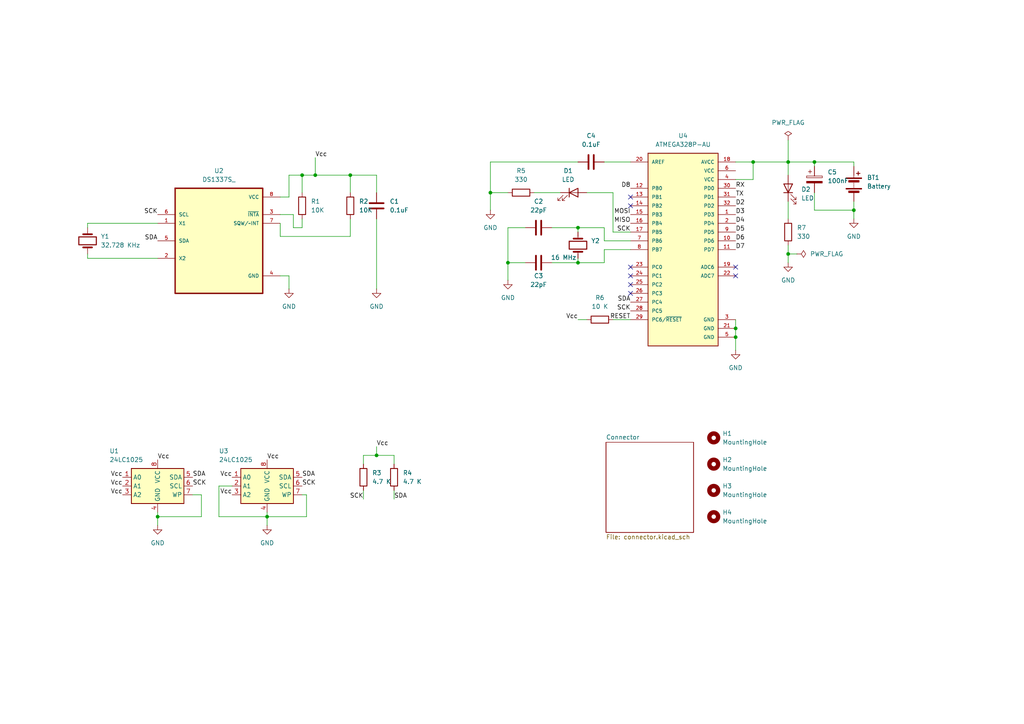
<source format=kicad_sch>
(kicad_sch (version 20250114) (generator "eeschema") (generator_version "9.0")
  (paper "A4")
  (title_block (title "${project_name}") (date "2025-04-24") (rev "0.0.3a") (company "Gobal Krishnan V"))
  (lib_symbols
    (symbol "ATMEGA328P-AU:ATMEGA328P-AU" (pin_names (offset 1.016))
      (property "Reference" "U4" (at 0 33.02 0))
      (property "Value" "ATMEGA328P-AU" (at 0 30.48 0))
      (symbol "ATMEGA328P-AU_0_0"
        (rectangle (start -10.16 -27.94) (end 10.16 27.94) (stroke (width 0.254)) (fill (type background)))
        (pin input line (at -15.24 25.4 0) (length 5.08) (name "AREF") (number "20"))
        (pin bidirectional line (at -15.24 17.78 0) (length 5.08) (name "PB0") (number "12"))
        (pin bidirectional line (at -15.24 15.24 0) (length 5.08) (name "PB1") (number "13"))
        (pin bidirectional line (at -15.24 12.7 0) (length 5.08) (name "PB2") (number "14"))
        (pin bidirectional line (at -15.24 10.16 0) (length 5.08) (name "PB3") (number "15"))
        (pin bidirectional line (at -15.24 7.62 0) (length 5.08) (name "PB4") (number "16"))
        (pin bidirectional line (at -15.24 5.08 0) (length 5.08) (name "PB5") (number "17"))
        (pin bidirectional line (at -15.24 2.54 0) (length 5.08) (name "PB6") (number "7"))
        (pin bidirectional line (at -15.24 0 0) (length 5.08) (name "PB7") (number "8"))
        (pin bidirectional line (at -15.24 -5.08 0) (length 5.08) (name "PC0") (number "23"))
        (pin bidirectional line (at -15.24 -7.62 0) (length 5.08) (name "PC1") (number "24"))
        (pin bidirectional line (at -15.24 -10.16 0) (length 5.08) (name "PC2") (number "25"))
        (pin bidirectional line (at -15.24 -12.7 0) (length 5.08) (name "PC3") (number "26"))
        (pin bidirectional line (at -15.24 -15.24 0) (length 5.08) (name "PC4") (number "27"))
        (pin bidirectional line (at -15.24 -17.78 0) (length 5.08) (name "PC5") (number "28"))
        (pin bidirectional line (at -15.24 -20.32 0) (length 5.08) (name "PC6/~{RESET}") (number "29"))
        (pin power_in line (at 15.24 25.4 180) (length 5.08) (name "AVCC") (number "18"))
        (pin power_in line (at 15.24 22.86 180) (length 5.08) (name "VCC") (number "6"))
        (pin power_in line (at 15.24 20.32 180) (length 5.08) (name "VCC") (number "4"))
        (pin bidirectional line (at 15.24 17.78 180) (length 5.08) (name "PD0") (number "30"))
        (pin bidirectional line (at 15.24 15.24 180) (length 5.08) (name "PD1") (number "31"))
        (pin bidirectional line (at 15.24 12.7 180) (length 5.08) (name "PD2") (number "32"))
        (pin bidirectional line (at 15.24 10.16 180) (length 5.08) (name "PD3") (number "1"))
        (pin bidirectional line (at 15.24 7.62 180) (length 5.08) (name "PD4") (number "2"))
        (pin bidirectional line (at 15.24 5.08 180) (length 5.08) (name "PD5") (number "9"))
        (pin bidirectional line (at 15.24 2.54 180) (length 5.08) (name "PD6") (number "10"))
        (pin bidirectional line (at 15.24 0 180) (length 5.08) (name "PD7") (number "11"))
        (pin bidirectional line (at 15.24 -5.08 180) (length 5.08) (name "ADC6") (number "19"))
        (pin bidirectional line (at 15.24 -7.62 180) (length 5.08) (name "ADC7") (number "22"))
        (pin power_in line (at 15.24 -20.32 180) (length 5.08) (name "GND") (number "3"))
        (pin power_in line (at 15.24 -22.86 180) (length 5.08) (name "GND") (number "21"))
        (pin power_in line (at 15.24 -25.4 180) (length 5.08) (name "GND") (number "5"))
      )
    )
    (symbol "DS1337S_:DS1337S_" (pin_names (offset 1.016))
      (property "Reference" "U" (at -12.7 16.24 0))
      (property "Value" "DS1337S_" (at -12.7 -19.24 0))
      (symbol "DS1337S__0_0"
        (rectangle (start -12.7 -15.24) (end 12.7 15.24) (stroke (width 0.41)) (fill (type background)))
        (pin input line (at -17.78 7.62 0) (length 5.08) (name "SCL") (number "6"))
        (pin input line (at -17.78 5.08 0) (length 5.08) (name "X1") (number "1"))
        (pin bidirectional line (at -17.78 0 0) (length 5.08) (name "SDA") (number "5"))
        (pin bidirectional line (at -17.78 -5.08 0) (length 5.08) (name "X2") (number "2"))
        (pin power_in line (at 17.78 12.7 180) (length 5.08) (name "VCC") (number "8"))
        (pin output line (at 17.78 7.62 180) (length 5.08) (name "~{INTA}") (number "3"))
        (pin output line (at 17.78 5.08 180) (length 5.08) (name "SQW/~INT") (number "7"))
        (pin power_in line (at 17.78 -10.16 180) (length 5.08) (name "GND") (number "4"))
      )
    )
    (symbol "Device:Battery" (pin_numbers (hide yes)) (pin_names (offset 0) (hide yes))
      (property "Reference" "BT" (at 2.54 2.54 0))
      (property "Value" "Battery" (at 2.54 0 0))
      (symbol "Battery_0_1"
        (rectangle (start -2.286 1.778) (end 2.286 1.524) (fill (type outline)))
        (rectangle (start -2.286 -1.27) (end 2.286 -1.524) (fill (type outline)))
        (rectangle (start -1.524 1.016) (end 1.524 0.508) (fill (type outline)))
        (rectangle (start -1.524 -2.032) (end 1.524 -2.54) (fill (type outline)))
        (polyline (pts (xy 0 1.778) (xy 0 2.54)))
        (polyline (pts (xy 0 0) (xy 0 0.254)))
        (polyline (pts (xy 0 -0.508) (xy 0 -0.254)))
        (polyline (pts (xy 0 -1.016) (xy 0 -0.762)))
        (polyline (pts (xy 0.762 3.048) (xy 1.778 3.048)) (stroke (width 0.254)))
        (polyline (pts (xy 1.27 3.556) (xy 1.27 2.54)) (stroke (width 0.254)))
      )
      (symbol "Battery_1_1"
        (pin passive line (at 0 5.08 270) (length 2.54) (name "+") (number "1"))
        (pin passive line (at 0 -5.08 90) (length 2.54) (name "-") (number "2"))
      )
    )
    (symbol "Device:C" (pin_numbers (hide yes)) (pin_names (offset 0.254))
      (property "Reference" "C" (at 0.635 2.54 0))
      (property "Value" "C" (at 0.635 -2.54 0))
      (symbol "C_0_1"
        (polyline (pts (xy -2.032 0.762) (xy 2.032 0.762)) (stroke (width 0.508)))
        (polyline (pts (xy -2.032 -0.762) (xy 2.032 -0.762)) (stroke (width 0.508)))
      )
      (symbol "C_1_1"
        (pin passive line (at 0 3.81 270) (length 2.794) (name "~") (number "1"))
        (pin passive line (at 0 -3.81 90) (length 2.794) (name "~") (number "2"))
      )
    )
    (symbol "Device:C_Polarized" (pin_numbers (hide yes)) (pin_names (offset 0.254))
      (property "Reference" "C" (at 0.635 2.54 0))
      (property "Value" "C_Polarized" (at 0.635 -2.54 0))
      (symbol "C_Polarized_0_1"
        (rectangle (start -2.286 0.508) (end 2.286 1.016))
        (polyline (pts (xy -1.778 2.286) (xy -0.762 2.286)))
        (polyline (pts (xy -1.27 2.794) (xy -1.27 1.778)))
        (rectangle (start 2.286 -0.508) (end -2.286 -1.016) (fill (type outline)))
      )
      (symbol "C_Polarized_1_1"
        (pin passive line (at 0 3.81 270) (length 2.794) (name "~") (number "1"))
        (pin passive line (at 0 -3.81 90) (length 2.794) (name "~") (number "2"))
      )
    )
    (symbol "Device:Crystal" (pin_numbers (hide yes)) (pin_names (offset 1.016) (hide yes))
      (property "Reference" "Y" (at 0 3.81 0))
      (property "Value" "Crystal" (at 0 -3.81 0))
      (symbol "Crystal_0_1"
        (polyline (pts (xy -2.54 0) (xy -1.905 0)))
        (polyline (pts (xy -1.905 -1.27) (xy -1.905 1.27)) (stroke (width 0.508)))
        (rectangle (start -1.143 2.54) (end 1.143 -2.54) (stroke (width 0.3048)))
        (polyline (pts (xy 1.905 -1.27) (xy 1.905 1.27)) (stroke (width 0.508)))
        (polyline (pts (xy 2.54 0) (xy 1.905 0)))
      )
      (symbol "Crystal_1_1"
        (pin passive line (at -3.81 0 0) (length 1.27) (name "1") (number "1"))
        (pin passive line (at 3.81 0 180) (length 1.27) (name "2") (number "2"))
      )
    )
    (symbol "Device:LED" (pin_numbers (hide yes)) (pin_names (offset 1.016) (hide yes))
      (property "Reference" "D" (at 0 2.54 0))
      (property "Value" "LED" (at 0 -2.54 0))
      (symbol "LED_0_1"
        (polyline (pts (xy -3.048 -0.762) (xy -4.572 -2.286) (xy -3.81 -2.286) (xy -4.572 -2.286) (xy -4.572 -1.524)))
        (polyline (pts (xy -1.778 -0.762) (xy -3.302 -2.286) (xy -2.54 -2.286) (xy -3.302 -2.286) (xy -3.302 -1.524)))
        (polyline (pts (xy -1.27 0) (xy 1.27 0)))
        (polyline (pts (xy -1.27 -1.27) (xy -1.27 1.27)) (stroke (width 0.254)))
        (polyline (pts (xy 1.27 -1.27) (xy 1.27 1.27) (xy -1.27 0) (xy 1.27 -1.27)) (stroke (width 0.254)))
      )
      (symbol "LED_1_1"
        (pin passive line (at -3.81 0 0) (length 2.54) (name "K") (number "1"))
        (pin passive line (at 3.81 0 180) (length 2.54) (name "A") (number "2"))
      )
    )
    (symbol "Device:R" (pin_numbers (hide yes)) (pin_names (offset 0))
      (property "Reference" "R" (at 2.032 0 90))
      (property "Value" "R" (at 0 0 90))
      (symbol "R_0_1"
        (rectangle (start -1.016 -2.54) (end 1.016 2.54) (stroke (width 0.254)))
      )
      (symbol "R_1_1"
        (pin passive line (at 0 3.81 270) (length 1.27) (name "~") (number "1"))
        (pin passive line (at 0 -3.81 90) (length 1.27) (name "~") (number "2"))
      )
    )
    (symbol "Mechanical:MountingHole" (pin_names (offset 1.016)) (in_bom no)
      (property "Reference" "H" (at 0 5.08 0))
      (property "Value" "MountingHole" (at 0 3.175 0))
      (symbol "MountingHole_0_1"
        (circle (center 0 0) (radius 1.27) (stroke (width 1.27)))
      )
    )
    (symbol "Memory_EEPROM:24LC1025"
      (property "Reference" "U" (at -6.35 6.35 0))
      (property "Value" "24LC1025" (at 1.27 6.35 0))
      (symbol "24LC1025_1_1"
        (rectangle (start -7.62 5.08) (end 7.62 -5.08) (stroke (width 0.254)) (fill (type background)))
        (pin input line (at -10.16 2.54 0) (length 2.54) (name "A0") (number "1"))
        (pin input line (at -10.16 0 0) (length 2.54) (name "A1") (number "2"))
        (pin input line (at -10.16 -2.54 0) (length 2.54) (name "A2") (number "3"))
        (pin power_in line (at 0 7.62 270) (length 2.54) (name "VCC") (number "8"))
        (pin power_in line (at 0 -7.62 90) (length 2.54) (name "GND") (number "4"))
        (pin bidirectional line (at 10.16 2.54 180) (length 2.54) (name "SDA") (number "5"))
        (pin input line (at 10.16 0 180) (length 2.54) (name "SCL") (number "6"))
        (pin input line (at 10.16 -2.54 180) (length 2.54) (name "WP") (number "7"))
      )
    )
    (symbol "power:GND" (power) (pin_numbers (hide yes)) (pin_names (offset 0) (hide yes))
      (property "Value" "GND" (at 0 -3.81 0))
      (symbol "GND_0_1"
        (polyline (pts (xy 0 0) (xy 0 -1.27) (xy 1.27 -1.27) (xy 0 -2.54) (xy -1.27 -1.27) (xy 0 -1.27)))
      )
      (symbol "GND_1_1"
        (pin power_in line (at 0 0 270) (length 0) (name "~") (number "1"))
      )
    )
    (symbol "power:PWR_FLAG" (power) (pin_numbers (hide yes)) (pin_names (offset 0) (hide yes))
      (property "Value" "PWR_FLAG" (at 0 3.81 0))
      (symbol "PWR_FLAG_0_0"
        (pin power_out line (at 0 0 90) (length 0) (name "~") (number "1"))
      )
      (symbol "PWR_FLAG_0_1"
        (polyline (pts (xy 0 0) (xy 0 1.27) (xy -1.016 1.905) (xy 0 2.54) (xy 1.016 1.905) (xy 0 1.27)))
      )
    )
  )
  (junction (at 236.22 46.99))
  (junction (at 167.64 66.04))
  (junction (at 101.6 50.8))
  (junction (at 147.32 76.2))
  (junction (at 91.44 50.8))
  (junction (at 218.44 46.99))
  (junction (at 45.72 149.86))
  (junction (at 247.65 60.96))
  (junction (at 213.36 97.79))
  (junction (at 142.24 55.88))
  (junction (at 167.64 76.2))
  (junction (at 213.36 95.25))
  (junction (at 228.6 46.99))
  (junction (at 87.63 50.8))
  (junction (at 109.22 132.08))
  (junction (at 228.6 73.66))
  (junction (at 77.47 149.86))
  (no_connect (at 182.88 59.69))
  (no_connect (at 182.88 80.01))
  (no_connect (at 213.36 77.47))
  (no_connect (at 182.88 77.47))
  (no_connect (at 182.88 85.09))
  (no_connect (at 213.36 80.01))
  (no_connect (at 182.88 57.15))
  (no_connect (at 182.88 82.55))
  (wire (pts (xy 58.42 149.86) (xy 45.72 149.86)))
  (wire (pts (xy 162.56 55.88) (xy 154.94 55.88)))
  (wire (pts (xy 228.6 50.8) (xy 228.6 46.99)))
  (wire (pts (xy 87.63 143.51) (xy 88.9 143.51)))
  (wire (pts (xy 160.02 66.04) (xy 167.64 66.04)))
  (wire (pts (xy 105.41 134.62) (xy 105.41 132.08)))
  (wire (pts (xy 236.22 48.26) (xy 236.22 46.99)))
  (wire (pts (xy 236.22 55.88) (xy 236.22 60.96)))
  (wire (pts (xy 228.6 46.99) (xy 236.22 46.99)))
  (wire (pts (xy 236.22 46.99) (xy 247.65 46.99)))
  (wire (pts (xy 236.22 60.96) (xy 247.65 60.96)))
  (wire (pts (xy 105.41 142.24) (xy 105.41 144.78)))
  (wire (pts (xy 218.44 52.07) (xy 218.44 46.99)))
  (wire (pts (xy 77.47 149.86) (xy 77.47 152.4)))
  (wire (pts (xy 167.64 66.04) (xy 175.26 66.04)))
  (wire (pts (xy 45.72 149.86) (xy 45.72 152.4)))
  (wire (pts (xy 247.65 58.42) (xy 247.65 60.96)))
  (wire (pts (xy 91.44 50.8) (xy 101.6 50.8)))
  (wire (pts (xy 109.22 129.54) (xy 109.22 132.08)))
  (wire (pts (xy 177.8 92.71) (xy 182.88 92.71)))
  (wire (pts (xy 182.88 67.31) (xy 177.8 67.31)))
  (wire (pts (xy 213.36 97.79) (xy 213.36 95.25)))
  (wire (pts (xy 167.64 67.31) (xy 167.64 66.04)))
  (wire (pts (xy 147.32 81.28) (xy 147.32 76.2)))
  (wire (pts (xy 247.65 60.96) (xy 247.65 63.5)))
  (wire (pts (xy 213.36 101.6) (xy 213.36 97.79)))
  (wire (pts (xy 101.6 68.58) (xy 101.6 63.5)))
  (wire (pts (xy 109.22 50.8) (xy 109.22 55.88)))
  (wire (pts (xy 114.3 142.24) (xy 114.3 144.78)))
  (wire (pts (xy 167.64 92.71) (xy 170.18 92.71)))
  (wire (pts (xy 228.6 76.2) (xy 228.6 73.66)))
  (wire (pts (xy 167.64 46.99) (xy 142.24 46.99)))
  (wire (pts (xy 81.28 80.01) (xy 83.82 80.01)))
  (wire (pts (xy 81.28 57.15) (xy 83.82 57.15)))
  (wire (pts (xy 83.82 57.15) (xy 83.82 50.8)))
  (wire (pts (xy 167.64 76.2) (xy 175.26 76.2)))
  (wire (pts (xy 228.6 40.64) (xy 228.6 46.99)))
  (wire (pts (xy 247.65 46.99) (xy 247.65 48.26)))
  (wire (pts (xy 213.36 46.99) (xy 218.44 46.99)))
  (wire (pts (xy 25.4 64.77) (xy 25.4 66.04)))
  (wire (pts (xy 83.82 80.01) (xy 83.82 83.82)))
  (wire (pts (xy 63.5 140.97) (xy 63.5 149.86)))
  (wire (pts (xy 45.72 74.93) (xy 25.4 74.93)))
  (wire (pts (xy 45.72 148.59) (xy 45.72 149.86)))
  (wire (pts (xy 87.63 55.88) (xy 87.63 50.8)))
  (wire (pts (xy 55.88 143.51) (xy 58.42 143.51)))
  (wire (pts (xy 85.09 66.04) (xy 87.63 66.04)))
  (wire (pts (xy 213.36 52.07) (xy 218.44 52.07)))
  (wire (pts (xy 81.28 68.58) (xy 101.6 68.58)))
  (wire (pts (xy 228.6 73.66) (xy 228.6 71.12)))
  (wire (pts (xy 142.24 55.88) (xy 142.24 60.96)))
  (wire (pts (xy 177.8 55.88) (xy 170.18 55.88)))
  (wire (pts (xy 101.6 50.8) (xy 109.22 50.8)))
  (wire (pts (xy 25.4 74.93) (xy 25.4 73.66)))
  (wire (pts (xy 175.26 69.85) (xy 182.88 69.85)))
  (wire (pts (xy 67.31 140.97) (xy 63.5 140.97)))
  (wire (pts (xy 81.28 64.77) (xy 81.28 68.58)))
  (wire (pts (xy 109.22 132.08) (xy 114.3 132.08)))
  (wire (pts (xy 109.22 63.5) (xy 109.22 83.82)))
  (wire (pts (xy 175.26 66.04) (xy 175.26 69.85)))
  (wire (pts (xy 167.64 74.93) (xy 167.64 76.2)))
  (wire (pts (xy 114.3 132.08) (xy 114.3 134.62)))
  (wire (pts (xy 77.47 148.59) (xy 77.47 149.86)))
  (wire (pts (xy 218.44 46.99) (xy 228.6 46.99)))
  (wire (pts (xy 177.8 67.31) (xy 177.8 55.88)))
  (wire (pts (xy 105.41 132.08) (xy 109.22 132.08)))
  (wire (pts (xy 152.4 76.2) (xy 147.32 76.2)))
  (wire (pts (xy 58.42 143.51) (xy 58.42 149.86)))
  (wire (pts (xy 147.32 76.2) (xy 147.32 66.04)))
  (wire (pts (xy 213.36 92.71) (xy 213.36 95.25)))
  (wire (pts (xy 101.6 55.88) (xy 101.6 50.8)))
  (wire (pts (xy 91.44 45.72) (xy 91.44 50.8)))
  (wire (pts (xy 45.72 64.77) (xy 25.4 64.77)))
  (wire (pts (xy 88.9 143.51) (xy 88.9 149.86)))
  (wire (pts (xy 142.24 46.99) (xy 142.24 55.88)))
  (wire (pts (xy 83.82 50.8) (xy 87.63 50.8)))
  (wire (pts (xy 81.28 62.23) (xy 85.09 62.23)))
  (wire (pts (xy 88.9 149.86) (xy 77.47 149.86)))
  (wire (pts (xy 63.5 149.86) (xy 77.47 149.86)))
  (wire (pts (xy 231.14 73.66) (xy 228.6 73.66)))
  (wire (pts (xy 147.32 66.04) (xy 152.4 66.04)))
  (wire (pts (xy 87.63 50.8) (xy 91.44 50.8)))
  (wire (pts (xy 175.26 72.39) (xy 182.88 72.39)))
  (wire (pts (xy 175.26 76.2) (xy 175.26 72.39)))
  (wire (pts (xy 182.88 46.99) (xy 175.26 46.99)))
  (wire (pts (xy 87.63 66.04) (xy 87.63 63.5)))
  (wire (pts (xy 228.6 63.5) (xy 228.6 58.42)))
  (wire (pts (xy 160.02 76.2) (xy 167.64 76.2)))
  (wire (pts (xy 85.09 62.23) (xy 85.09 66.04)))
  (wire (pts (xy 147.32 55.88) (xy 142.24 55.88)))
  (label "D7" (at 213.36 72.39 0))
  (label "SCK" (at 87.63 140.97 0))
  (label "Vcc" (at 109.22 129.54 0))
  (label "Vcc" (at 35.56 140.97 180))
  (label "D6" (at 213.36 69.85 0))
  (label "RX" (at 213.36 54.61 0))
  (label "Vcc" (at 45.72 133.35 0))
  (label "Vcc" (at 67.31 138.43 180))
  (label "SCK" (at 45.72 62.23 180))
  (label "SDA" (at 45.72 69.85 180))
  (label "SCK" (at 182.88 67.31 180))
  (label "Vcc" (at 67.31 143.51 180))
  (label "D2" (at 213.36 59.69 0))
  (label "Vcc" (at 35.56 143.51 180))
  (label "Vcc" (at 77.47 133.35 0))
  (label "MOSI" (at 182.88 62.23 180))
  (label "D8" (at 182.88 54.61 180))
  (label "SDA" (at 87.63 138.43 0))
  (label "D4" (at 213.36 64.77 0))
  (label "SCK" (at 182.88 90.17 180))
  (label "D5" (at 213.36 67.31 0))
  (label "Vcc" (at 167.64 92.71 180))
  (label "SDA" (at 114.3 144.78 0))
  (label "Vcc" (at 35.56 138.43 180))
  (label "SCK" (at 55.88 140.97 0))
  (label "SCK" (at 105.41 144.78 180))
  (label "D3" (at 213.36 62.23 0))
  (label "Vcc" (at 91.44 45.72 0))
  (label "SDA" (at 182.88 87.63 180))
  (label "SDA" (at 55.88 138.43 0))
  (label "TX" (at 213.36 57.15 0))
  (label "RESET" (at 182.88 92.71 180))
  (label "MISO" (at 182.88 64.77 180))
  (symbol (lib_id "Device:LED") (at 228.6 54.61 90) (unit 1)
    (property "Reference" "D2" (at 232.41 54.9274 90) (effects (justify right)))
    (property "Value" "LED" (at 232.41 57.4674 90) (effects (justify right)))
    (property "Footprint" "LED_SMD:LED_0805_2012Metric" (effects (hide yes)))
    (property "Description" "Light emitting diode" (effects (hide yes)))
    (property "Sim.Pins" "1=K 2=A" (effects (hide yes)))
  )
  (symbol (lib_id "Device:R") (at 151.13 55.88 90) (unit 1)
    (property "Reference" "R5" (at 151.13 49.53 90))
    (property "Value" "330" (at 151.13 52.07 90))
    (property "Footprint" "Resistor_SMD:R_0805_2012Metric" (effects (hide yes)))
    (property "Description" "Resistor" (effects (hide yes)))
  )
  (symbol (lib_id "Device:Battery") (at 247.65 53.34 0) (unit 1)
    (property "Reference" "BT1" (at 251.46 51.4984 0) (effects (justify left)))
    (property "Value" "Battery" (at 251.46 54.0384 0) (effects (justify left)))
    (property "Footprint" "Connector_PinHeader_2.54mm:PinHeader_1x02_P2.54mm_Vertical" (effects (hide yes)))
    (property "Description" "Multiple-cell battery" (effects (hide yes)))
  )
  (symbol (lib_id "Device:C") (at 109.22 59.69 0) (unit 1)
    (property "Reference" "C1" (at 113.03 58.4199 0) (effects (justify left)))
    (property "Value" "0.1uF" (at 113.03 60.9599 0) (effects (justify left)))
    (property "Footprint" "Capacitor_SMD:C_0805_2012Metric" (effects (hide yes)))
    (property "Description" "Unpolarized capacitor" (effects (hide yes)))
  )
  (symbol (lib_id "power:GND") (at 142.24 60.96 0) (unit 1)
    (property "Reference" "#PWR09" (effects (hide yes)))
    (property "Value" "GND" (at 142.24 66.04 0))
    (property "Description" "Power symbol creates a global label with name \"GND\" , ground" (effects (hide yes)))
  )
  (symbol (lib_id "power:PWR_FLAG") (at 231.14 73.66 270) (unit 1)
    (property "Reference" "#FLG02" (effects (hide yes)))
    (property "Value" "PWR_FLAG" (at 234.95 73.6599 90) (effects (justify left)))
    (property "Description" "Special symbol for telling ERC where power comes from" (effects (hide yes)))
  )
  (symbol (lib_id "Device:R") (at 114.3 138.43 0) (unit 1)
    (property "Reference" "R4" (at 116.84 137.1599 0) (effects (justify left)))
    (property "Value" "4.7 K" (at 116.84 139.6999 0) (effects (justify left)))
    (property "Footprint" "Resistor_SMD:R_0805_2012Metric" (effects (hide yes)))
    (property "Description" "Resistor" (effects (hide yes)))
  )
  (symbol (lib_id "Device:R") (at 87.63 59.69 0) (unit 1)
    (property "Reference" "R1" (at 90.17 58.4199 0) (effects (justify left)))
    (property "Value" "10K" (at 90.17 60.9599 0) (effects (justify left)))
    (property "Footprint" "Resistor_SMD:R_0805_2012Metric" (effects (hide yes)))
    (property "Description" "Resistor" (effects (hide yes)))
  )
  (symbol (lib_id "Device:R") (at 228.6 67.31 0) (unit 1)
    (property "Reference" "R7" (at 231.14 66.0399 0) (effects (justify left)))
    (property "Value" "330" (at 231.14 68.5799 0) (effects (justify left)))
    (property "Footprint" "Resistor_SMD:R_0805_2012Metric" (effects (hide yes)))
    (property "Description" "Resistor" (effects (hide yes)))
  )
  (symbol (lib_id "power:GND") (at 228.6 76.2 0) (unit 1)
    (property "Reference" "#PWR06" (effects (hide yes)))
    (property "Value" "GND" (at 228.6 81.28 0))
    (property "Description" "Power symbol creates a global label with name \"GND\" , ground" (effects (hide yes)))
  )
  (symbol (lib_id "Device:R") (at 173.99 92.71 90) (unit 1)
    (property "Reference" "R6" (at 173.99 86.36 90))
    (property "Value" "10 K" (at 173.99 88.9 90))
    (property "Footprint" "Resistor_SMD:R_0805_2012Metric" (effects (hide yes)))
    (property "Description" "Resistor" (effects (hide yes)))
  )
  (symbol (lib_id "Device:LED") (at 166.37 55.88 0) (unit 1)
    (property "Reference" "D1" (at 164.7825 49.53 0))
    (property "Value" "LED" (at 164.7825 52.07 0))
    (property "Footprint" "DS1337S_:SOIC127P600X175-8N" (effects (hide yes)))
    (property "Description" "Light emitting diode" (effects (hide yes)))
    (property "Sim.Pins" "1=K 2=A" (effects (hide yes)))
  )
  (symbol (lib_id "Device:C") (at 156.21 76.2 90) (unit 1)
    (property "Reference" "C3" (at 156.21 80.01 90))
    (property "Value" "22pF" (at 156.21 82.55 90))
    (property "Footprint" "Capacitor_SMD:C_0805_2012Metric" (effects (hide yes)))
    (property "Description" "Unpolarized capacitor" (effects (hide yes)))
  )
  (symbol (lib_id "Device:C") (at 156.21 66.04 90) (unit 1)
    (property "Reference" "C2" (at 156.21 58.42 90))
    (property "Value" "22pF" (at 156.21 60.96 90))
    (property "Footprint" "Capacitor_SMD:C_0805_2012Metric" (effects (hide yes)))
    (property "Description" "Unpolarized capacitor" (effects (hide yes)))
  )
  (symbol (lib_id "power:GND") (at 247.65 63.5 0) (unit 1)
    (property "Reference" "#PWR07" (effects (hide yes)))
    (property "Value" "GND" (at 247.65 68.58 0))
    (property "Description" "Power symbol creates a global label with name \"GND\" , ground" (effects (hide yes)))
  )
  (symbol (lib_id "power:GND") (at 147.32 81.28 0) (unit 1)
    (property "Reference" "#PWR08" (effects (hide yes)))
    (property "Value" "GND" (at 147.32 86.36 0))
    (property "Description" "Power symbol creates a global label with name \"GND\" , ground" (effects (hide yes)))
  )
  (symbol (lib_id "power:GND") (at 109.22 83.82 0) (unit 1)
    (property "Reference" "#PWR01" (effects (hide yes)))
    (property "Value" "GND" (at 109.22 88.9 0))
    (property "Description" "Power symbol creates a global label with name \"GND\" , ground" (effects (hide yes)))
  )
  (symbol (lib_id "Mechanical:MountingHole") (at 207.01 127 0) (unit 1) (in_bom no)
    (property "Reference" "H1" (at 209.55 125.7299 0) (effects (justify left)))
    (property "Value" "MountingHole" (at 209.55 128.2699 0) (effects (justify left)))
    (property "Footprint" "MountingHole:MountingHole_2.1mm" (effects (hide yes)))
    (property "Description" "Mounting Hole without connection" (effects (hide yes)))
  )
  (symbol (lib_id "power:GND") (at 83.82 83.82 0) (unit 1)
    (property "Reference" "#PWR02" (effects (hide yes)))
    (property "Value" "GND" (at 83.82 88.9 0))
    (property "Description" "Power symbol creates a global label with name \"GND\" , ground" (effects (hide yes)))
  )
  (symbol (lib_id "Device:Crystal") (at 25.4 69.85 90) (unit 1)
    (property "Reference" "Y1" (at 29.21 68.5799 90) (effects (justify right)))
    (property "Value" "32.728 KHz" (at 29.21 71.1199 90) (effects (justify right)))
    (property "Footprint" "Crystal:Crystal_SMD_5032-2Pin_5.0x3.2mm_HandSoldering" (effects (hide yes)))
    (property "Description" "Two pin crystal" (effects (hide yes)))
  )
  (symbol (lib_id "Device:R") (at 105.41 138.43 0) (unit 1)
    (property "Reference" "R3" (at 107.95 137.1599 0) (effects (justify left)))
    (property "Value" "4.7 K" (at 107.95 139.6999 0) (effects (justify left)))
    (property "Footprint" "Resistor_SMD:R_0805_2012Metric" (effects (hide yes)))
    (property "Description" "Resistor" (effects (hide yes)))
  )
  (symbol (lib_id "power:PWR_FLAG") (at 228.6 40.64 0) (unit 1)
    (property "Reference" "#FLG01" (effects (hide yes)))
    (property "Value" "PWR_FLAG" (at 228.6 35.56 0))
    (property "Description" "Special symbol for telling ERC where power comes from" (effects (hide yes)))
  )
  (symbol (lib_id "DS1337S_:DS1337S_") (at 63.5 69.85 0) (unit 1)
    (property "Reference" "U2" (at 63.5 49.53 0))
    (property "Value" "DS1337S_" (at 63.5 52.07 0))
    (property "Footprint" "DS1337S_:SOIC127P600X175-8N" (effects (hide yes)))
    (property "MF" "Maxim Integrated Products" (effects (hide yes)))
    (property "Description_1" "Real Time Clock (RTC) IC Clock/Calendar I2C, 2-Wire Serial 8-SOIC (0.154, 3.90mm Width)" (effects (hide yes)))
    (property "Package" "SOIC-8 Maxim" (effects (hide yes)))
    (property "Price" "None" (effects (hide yes)))
    (property "SnapEDA_Link" "https://www.snapeda.com/parts/DS1337S+/Maxim+Integrated/view-part/?ref=snap" (effects (hide yes)))
    (property "MP" "DS1337S+" (effects (hide yes)))
    (property "Availability" "In Stock" (effects (hide yes)))
    (property "Check_prices" "https://www.snapeda.com/parts/DS1337S+/Maxim+Integrated/view-part/?ref=eda" (effects (hide yes)))
  )
  (symbol (lib_id "power:GND") (at 45.72 152.4 0) (unit 1)
    (property "Reference" "#PWR03" (effects (hide yes)))
    (property "Value" "GND" (at 45.72 157.48 0))
    (property "Description" "Power symbol creates a global label with name \"GND\" , ground" (effects (hide yes)))
  )
  (symbol (lib_id "power:GND") (at 213.36 101.6 0) (unit 1)
    (property "Reference" "#PWR05" (effects (hide yes)))
    (property "Value" "GND" (at 213.36 106.68 0))
    (property "Description" "Power symbol creates a global label with name \"GND\" , ground" (effects (hide yes)))
  )
  (symbol (lib_id "ATMEGA328P-AU:ATMEGA328P-AU") (at 198.12 72.39 0) (unit 1)
    (property "Reference" "U4" (at 198.12 39.37 0))
    (property "Value" "ATMEGA328P-AU" (at 198.12 41.91 0))
    (property "Footprint" "ATMEGA328P-AU:QFP80P900X900X120-32N" (effects (hide yes)))
    (property "DigiKey_Part_Number" "ATMEGA328P-AU-ND" (effects (hide yes)))
    (property "SnapEDA_Link" "https://www.snapeda.com/parts/ATMEGA328P-AU/Microchip/view-part/?ref=snap" (effects (hide yes)))
    (property "MAXIMUM_PACKAGE_HEIGHT" "1.20mm" (effects (hide yes)))
    (property "Package" "TQFP-32 Microchip" (effects (hide yes)))
    (property "Check_prices" "https://www.snapeda.com/parts/ATMEGA328P-AU/Microchip/view-part/?ref=eda" (effects (hide yes)))
    (property "STANDARD" "IPC-7351B" (effects (hide yes)))
    (property "PARTREV" "8271A" (effects (hide yes)))
    (property "MF" "MICROCHIP TECH." (effects (hide yes)))
    (property "MP" "ATMEGA328P-AU" (effects (hide yes)))
    (property "Description_1" "MCU 8-bit - AVR ATmega Family ATmega328 Series Microcontrollers - 20 MHz - 32 KB - 2 KB - 32 Pins." (effects (hide yes)))
    (property "MANUFACTURER" "Microchip" (effects (hide yes)))
  )
  (symbol (lib_id "Mechanical:MountingHole") (at 207.01 149.86 0) (unit 1) (in_bom no)
    (property "Reference" "H4" (at 209.55 148.5899 0) (effects (justify left)))
    (property "Value" "MountingHole" (at 209.55 151.1299 0) (effects (justify left)))
    (property "Footprint" "MountingHole:MountingHole_2.1mm" (effects (hide yes)))
    (property "Description" "Mounting Hole without connection" (effects (hide yes)))
  )
  (symbol (lib_id "Device:C") (at 171.45 46.99 90) (unit 1)
    (property "Reference" "C4" (at 171.45 39.37 90))
    (property "Value" "0.1uF" (at 171.45 41.91 90))
    (property "Footprint" "Capacitor_SMD:C_0805_2012Metric" (effects (hide yes)))
    (property "Description" "Unpolarized capacitor" (effects (hide yes)))
  )
  (symbol (lib_id "Memory_EEPROM:24LC1025") (at 45.72 140.97 0) (unit 1)
    (property "Reference" "U1" (at 31.75 130.81 0) (effects (justify left)))
    (property "Value" "24LC1025" (at 31.75 133.35 0) (effects (justify left)))
    (property "Footprint" "Package_SO:SOIC-8_5.3x5.3mm_P1.27mm" (effects (hide yes)))
    (property "Datasheet" "http://ww1.microchip.com/downloads/en/DeviceDoc/21941B.pdf" (effects (hide yes)))
    (property "Description" "I2C Serial EEPROM, 1024Kb, DIP-8/SOIC-8/TSSOP-8/DFN-8" (effects (hide yes)))
  )
  (symbol (lib_id "Mechanical:MountingHole") (at 207.01 134.62 0) (unit 1) (in_bom no)
    (property "Reference" "H2" (at 209.55 133.3499 0) (effects (justify left)))
    (property "Value" "MountingHole" (at 209.55 135.8899 0) (effects (justify left)))
    (property "Footprint" "MountingHole:MountingHole_2.1mm" (effects (hide yes)))
    (property "Description" "Mounting Hole without connection" (effects (hide yes)))
  )
  (symbol (lib_id "power:GND") (at 77.47 152.4 0) (unit 1)
    (property "Reference" "#PWR04" (effects (hide yes)))
    (property "Value" "GND" (at 77.47 157.48 0))
    (property "Description" "Power symbol creates a global label with name \"GND\" , ground" (effects (hide yes)))
  )
  (symbol (lib_id "Device:R") (at 101.6 59.69 0) (unit 1)
    (property "Reference" "R2" (at 104.14 58.4199 0) (effects (justify left)))
    (property "Value" "10K" (at 104.14 60.9599 0) (effects (justify left)))
    (property "Footprint" "Resistor_SMD:R_0805_2012Metric" (effects (hide yes)))
    (property "Description" "Resistor" (effects (hide yes)))
  )
  (symbol (lib_id "Device:Crystal") (at 167.64 71.12 90) (unit 1)
    (property "Reference" "Y2" (at 171.45 69.8499 90) (effects (justify right)))
    (property "Value" "16 MHz" (at 159.766 74.676 90) (effects (justify right)))
    (property "Footprint" "Crystal:Crystal_SMD_5032-2Pin_5.0x3.2mm_HandSoldering" (effects (hide yes)))
    (property "Description" "Two pin crystal" (effects (hide yes)))
  )
  (symbol (lib_id "Mechanical:MountingHole") (at 207.01 142.24 0) (unit 1) (in_bom no)
    (property "Reference" "H3" (at 209.55 140.9699 0) (effects (justify left)))
    (property "Value" "MountingHole" (at 209.55 143.5099 0) (effects (justify left)))
    (property "Footprint" "MountingHole:MountingHole_2.1mm" (effects (hide yes)))
    (property "Description" "Mounting Hole without connection" (effects (hide yes)))
  )
  (symbol (lib_id "Device:C_Polarized") (at 236.22 52.07 0) (unit 1)
    (property "Reference" "C5" (at 240.03 49.9109 0) (effects (justify left)))
    (property "Value" "100nF" (at 240.03 52.4509 0) (effects (justify left)))
    (property "Footprint" "Capacitor_SMD:C_0805_2012Metric" (effects (hide yes)))
    (property "Description" "Polarized capacitor" (effects (hide yes)))
  )
  (symbol (lib_id "Memory_EEPROM:24LC1025") (at 77.47 140.97 0) (unit 1)
    (property "Reference" "U3" (at 63.5 130.81 0) (effects (justify left)))
    (property "Value" "24LC1025" (at 63.5 133.35 0) (effects (justify left)))
    (property "Footprint" "Package_SO:SOIC-8_5.3x5.3mm_P1.27mm" (effects (hide yes)))
    (property "Datasheet" "http://ww1.microchip.com/downloads/en/DeviceDoc/21941B.pdf" (effects (hide yes)))
    (property "Description" "I2C Serial EEPROM, 1024Kb, DIP-8/SOIC-8/TSSOP-8/DFN-8" (effects (hide yes)))
  )
  (sheet (at 175.768 128.27) (size 25.4 26.162) (stroke (width 0.1524))
    (property "Sheetname" "Connector" (at 175.768 127.5584 0) (effects (justify left bottom)))
    (property "Sheetfile" "connector.kicad_sch" (at 175.768 155.0166 0) (effects (justify left top)))
  )
)
</source>
